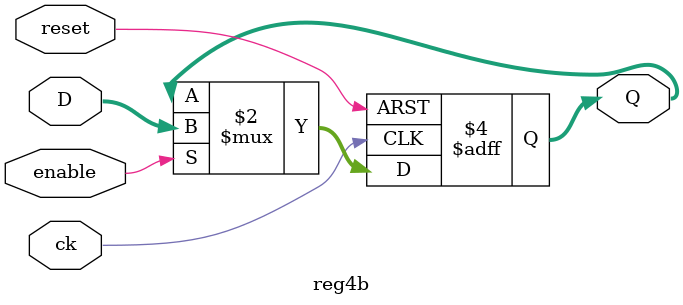
<source format=v>
`timescale 1ns/1ns

module reg4b (D, Q, ck, reset, enable);
input [3:0] D;
output [3:0] Q;
input ck, reset, enable;

reg [3:0] Q;

always @(posedge ck or posedge reset)
	if (reset)
		Q <= 4'd0;
	else
		if (enable)
			Q <= D;

endmodule

</source>
